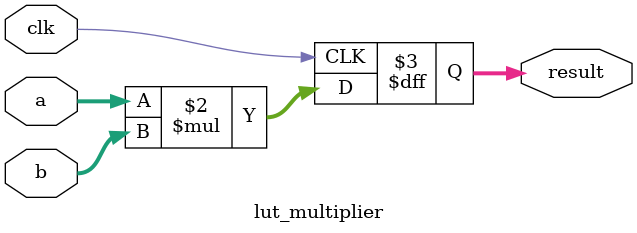
<source format=v>
module lut_multiplier #(parameter WIDTH = 16)(
    input  wire clk,
    input  wire [WIDTH-1:0] a,
    input  wire [WIDTH-1:0] b,
    output reg [2*WIDTH-1:0] result
);

    // Force LUT-based implementation with no DSP
    (* use_dsp = "no" *)
    always @(posedge clk) begin
        result <= a * b;
    end

endmodule 
</source>
